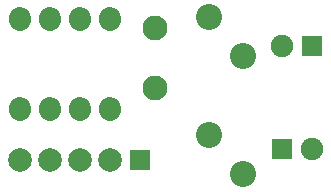
<source format=gts>
G04 Layer: TopSolderMaskLayer*
G04 EasyEDA v6.4.19.4, 2021-06-18T20:22:14+05:30*
G04 545d4b8ce55c4096bfffc31d6a5384ca,10*
G04 Gerber Generator version 0.2*
G04 Scale: 100 percent, Rotated: No, Reflected: No *
G04 Dimensions in millimeters *
G04 leading zeros omitted , absolute positions ,4 integer and 5 decimal *
%FSLAX45Y45*%
%MOMM*%

%ADD21C,1.9016*%
%ADD22R,1.6764X1.6764*%
%ADD23C,2.2032*%
%ADD24C,2.0016*%
%ADD25C,2.1016*%

%LPD*%
D21*
X1739900Y4701700D02*
G01*
X1739900Y4721699D01*
X1485900Y4701700D02*
G01*
X1485900Y4721699D01*
X1231900Y4701700D02*
G01*
X1231900Y4721699D01*
X977900Y4701700D02*
G01*
X977900Y4721699D01*
X1739900Y3939700D02*
G01*
X1739900Y3959699D01*
X1485900Y3939700D02*
G01*
X1485900Y3959699D01*
X1231900Y3939700D02*
G01*
X1231900Y3959699D01*
X977900Y3939700D02*
G01*
X977900Y3959699D01*
D22*
G01*
X3454400Y4483100D03*
D21*
G01*
X3200400Y4483100D03*
G36*
X3116579Y3522979D02*
G01*
X3116579Y3690620D01*
X3284220Y3690620D01*
X3284220Y3522979D01*
G37*
G01*
X3454400Y3606800D03*
D23*
G01*
X2870200Y4394200D03*
G01*
X2870200Y3394202D03*
G01*
X2578100Y4724400D03*
G01*
X2578100Y3724402D03*
D24*
G01*
X977900Y3517900D03*
G01*
X1231900Y3517900D03*
G01*
X1485900Y3517900D03*
G01*
X1739900Y3517900D03*
G36*
X1910079Y3434079D02*
G01*
X1910079Y3601720D01*
X2077720Y3601720D01*
X2077720Y3434079D01*
G37*
D25*
G01*
X2120900Y4635500D03*
G01*
X2120900Y4127500D03*
M02*

</source>
